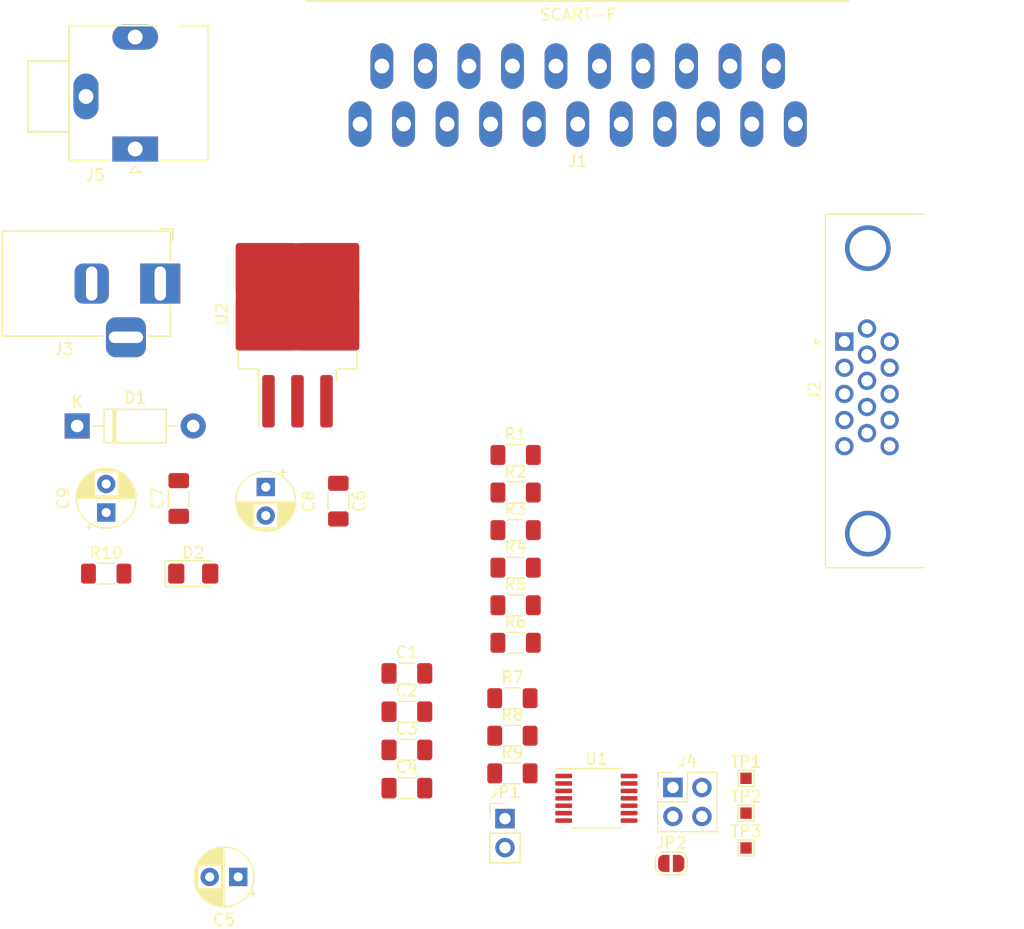
<source format=kicad_pcb>
(kicad_pcb (version 20221018) (generator pcbnew)
  (layers (0 "F.Cu" signal) (1 "In1.Cu" signal) (2 "In2.Cu" signal) (31 "B.Cu" signal) (34 "B.Paste" user) (35 "F.Paste" user) (36 "B.SilkS" user "B.Silkscreen") (37 "F.SilkS" user "F.Silkscreen") (38 "B.Mask" user) (39 "F.Mask" user) (44 "Edge.Cuts" user))
  (net 0 "")
  (net 1 "Net-(C1-Pad1)")
  (net 2 "GND")
  (net 3 "/FILT_COMPOSITE")
  (net 4 "VCC")
  (net 5 "Net-(D1-K)")
  (net 6 "Net-(D1-A)")
  (net 9 "/S_GREEN")
  (net 10 "/S_RED")
  (net 13 "/COMPOSITE_IN")
  (net 15 "/AUDIO_R")
  (net 17 "/AUDIO_L")
  (net 18 "/S_BLUE")
  (net 21 "Net-(JP2-B)")
  (net 24 "Net-(JP1-A)")
  (net 25 "Net-(J4-Pin_1)")
  (net 27 "/CSync_OUT")
  (net 28 "/HSync_OUT")
  (net 29 "/VSync_OUT")
  (net 30 "Net-(U1-Rext)")
  (net 31 "Net-(U1-CSync)")
  (net 32 "Net-(U1-VSync)")
  (net 33 "Net-(U1-HSync)")
  (net 34 "Net-(U1-OE)")
  (net 35 "Net-(U1-BP)")
  (net 36 "Net-(U1-VF)")
  (net 37 "Net-(D2-K)")
  (footprint "Diode_THT:D_DO-41_SOD81_P10.16mm_Horizontal" (layer "F.Cu") (at 50.8 56.92)
    (fp_text reference "D1" (at 5.08 -2.47) (layer "F.SilkS"))
    (fp_text value "1N4001")
    (fp_text user "K" (at 0 -2.1) (layer "F.SilkS"))
    (pad "1" thru_hole rect (at 0 0) (size 2.2 2.2) (drill 1.1) (layers "*.Cu" "*.Mask") (net 5 "Net-(D1-K)"))
    (pad "2" thru_hole oval (at 10.16 0) (size 2.2 2.2) (drill 1.1) (layers "*.Cu" "*.Mask") (net 6 "Net-(D1-A)"))
  )
  (footprint "Resistor_SMD:R_1206_3216Metric_Pad1.30x1.75mm_HandSolder" (layer "F.Cu") (at 89.18 69.33)
    (fp_text reference "R4" (at 0 -1.82) (layer "F.SilkS"))
    (fp_text value "100")
    (pad "1" smd roundrect (at -1.55 0) (size 1.3 1.75) (layers "F.Cu" "F.Paste" "F.Mask") (roundrect_rratio 0.192308) (net 31 "Net-(U1-CSync)"))
    (pad "2" smd roundrect (at 1.55 0) (size 1.3 1.75) (layers "F.Cu" "F.Paste" "F.Mask") (roundrect_rratio 0.192308) (net 27 "/CSync_OUT"))
  )
  (footprint "Resistor_SMD:R_1206_3216Metric_Pad1.30x1.75mm_HandSolder" (layer "F.Cu") (at 89.18 62.75)
    (fp_text reference "R2" (at 0 -1.82) (layer "F.SilkS"))
    (fp_text value "100 / SHORT")
    (pad "1" smd roundrect (at -1.55 0) (size 1.3 1.75) (layers "F.Cu" "F.Paste" "F.Mask") (roundrect_rratio 0.192308) (net 13 "/COMPOSITE_IN"))
    (pad "2" smd roundrect (at 1.55 0) (size 1.3 1.75) (layers "F.Cu" "F.Paste" "F.Mask") (roundrect_rratio 0.192308) (net 1 "Net-(C1-Pad1)"))
  )
  (footprint "Resistor_SMD:R_1206_3216Metric_Pad1.30x1.75mm_HandSolder" (layer "F.Cu") (at 88.9 84.05)
    (fp_text reference "R8" (at 0 -1.82) (layer "F.SilkS"))
    (fp_text value "100")
    (pad "1" smd roundrect (at -1.55 0) (size 1.3 1.75) (layers "F.Cu" "F.Paste" "F.Mask") (roundrect_rratio 0.192308) (net 33 "Net-(U1-HSync)"))
    (pad "2" smd roundrect (at 1.55 0) (size 1.3 1.75) (layers "F.Cu" "F.Paste" "F.Mask") (roundrect_rratio 0.192308) (net 28 "/HSync_OUT"))
  )
  (footprint "audio:Custom_3.5mm_jack" (layer "F.Cu") (at 55.88 32.66)
    (fp_text reference "J5" (at -3.5 2.3 180) (layer "F.SilkS"))
    (fp_text value "Audio Out")
    (pad "R" thru_hole oval (at 0 -9.8) (size 4 2.2) (drill 1.3) (layers "*.Cu" "*.Mask") (net 15 "/AUDIO_R"))
    (pad "S" thru_hole oval (at -4.31 -4.6) (size 2.2 4) (drill 1.3) (layers "*.Cu" "*.Mask") (net 2 "GND"))
    (pad "T" thru_hole rect (at 0 0) (size 4 2.2) (drill 1.3) (layers "*.Cu" "*.Mask") (net 17 "/AUDIO_L"))
  )
  (footprint "Connector_BarrelJack:BarrelJack_Horizontal" (layer "F.Cu") (at 58.07 44.45)
    (fp_text reference "J3" (at -8.45 5.75) (layer "F.SilkS"))
    (fp_text value "POWER IN")
    (pad "1" thru_hole rect (at 0 0) (size 3.5 3.5) (drill oval 1 3) (layers "*.Cu" "*.Mask") (net 6 "Net-(D1-A)"))
    (pad "2" thru_hole roundrect (at -6 0) (size 3 3.5) (drill oval 1 3) (layers "*.Cu" "*.Mask") (net 2 "GND"))
    (pad "3" thru_hole roundrect (at -3 4.7) (size 3.5 3.5) (drill oval 3 1) (layers "*.Cu" "*.Mask"))
  )
  (footprint "Capacitor_THT:CP_Radial_D5.0mm_P2.50mm" (layer "F.Cu") (at 53.34 64.5 90)
    (fp_text reference "C9" (at 1.25 -3.75 90) (layer "F.SilkS"))
    (fp_text value "10uF")
    (pad "1" thru_hole rect (at 0 0 90) (size 1.6 1.6) (drill 0.8) (layers "*.Cu" "*.Mask") (net 5 "Net-(D1-K)"))
    (pad "2" thru_hole circle (at 2.5 0 90) (size 1.6 1.6) (drill 0.8) (layers "*.Cu" "*.Mask") (net 2 "GND"))
  )
  (footprint "Package_SO:TSSOP-14_4.4x5mm_P0.65mm" (layer "F.Cu") (at 96.25 89.53)
    (fp_text reference "U1" (at 0 -3.45) (layer "F.SilkS"))
    (fp_text value "LMH1981")
    (pad "1" smd roundrect (at -2.8625 -1.95) (size 1.475 0.4) (layers "F.Cu" "F.Paste" "F.Mask") (net 30 "Net-(U1-Rext)"))
    (pad "2" smd roundrect (at -2.8625 -1.3) (size 1.475 0.4) (layers "F.Cu" "F.Paste" "F.Mask") (net 2 "GND"))
    (pad "3" smd roundrect (at -2.8625 -0.65) (size 1.475 0.4) (layers "F.Cu" "F.Paste" "F.Mask") (net 4 "VCC"))
    (pad "4" smd roundrect (at -2.8625 0) (size 1.475 0.4) (layers "F.Cu" "F.Paste" "F.Mask") (net 3 "/FILT_COMPOSITE"))
    (pad "5" smd roundrect (at -2.8625 0.65) (size 1.475 0.4) (layers "F.Cu" "F.Paste" "F.Mask") (net 2 "GND"))
    (pad "6" smd roundrect (at -2.8625 1.3) (size 1.475 0.4) (layers "F.Cu" "F.Paste" "F.Mask") (net 4 "VCC"))
    (pad "7" smd roundrect (at -2.8625 1.95) (size 1.475 0.4) (layers "F.Cu" "F.Paste" "F.Mask") (net 33 "Net-(U1-HSync)"))
    (pad "8" smd roundrect (at 2.8625 1.95) (size 1.475 0.4) (layers "F.Cu" "F.Paste" "F.Mask") (net 32 "Net-(U1-VSync)"))
    (pad "9" smd roundrect (at 2.8625 1.3) (size 1.475 0.4) (layers "F.Cu" "F.Paste" "F.Mask") (net 36 "Net-(U1-VF)"))
    (pad "10" smd roundrect (at 2.8625 0.65) (size 1.475 0.4) (layers "F.Cu" "F.Paste" "F.Mask") (net 2 "GND"))
    (pad "11" smd roundrect (at 2.8625 0) (size 1.475 0.4) (layers "F.Cu" "F.Paste" "F.Mask") (net 4 "VCC"))
    (pad "12" smd roundrect (at 2.8625 -0.65) (size 1.475 0.4) (layers "F.Cu" "F.Paste" "F.Mask") (net 31 "Net-(U1-CSync)"))
    (pad "13" smd roundrect (at 2.8625 -1.3) (size 1.475 0.4) (layers "F.Cu" "F.Paste" "F.Mask") (net 35 "Net-(U1-BP)"))
    (pad "14" smd roundrect (at 2.8625 -1.95) (size 1.475 0.4) (layers "F.Cu" "F.Paste" "F.Mask") (net 34 "Net-(U1-OE)"))
  )
  (footprint "Resistor_SMD:R_1206_3216Metric_Pad1.30x1.75mm_HandSolder" (layer "F.Cu") (at 88.9 87.34)
    (fp_text reference "R9" (at 0 -1.82) (layer "F.SilkS"))
    (fp_text value "10k/OPEN")
    (pad "1" smd roundrect (at -1.55 0) (size 1.3 1.75) (layers "F.Cu" "F.Paste" "F.Mask") (roundrect_rratio 0.192308) (net 2 "GND"))
    (pad "2" smd roundrect (at 1.55 0) (size 1.3 1.75) (layers "F.Cu" "F.Paste" "F.Mask") (roundrect_rratio 0.192308) (net 28 "/HSync_OUT"))
  )
  (footprint "Capacitor_SMD:C_1206_3216Metric_Pad1.33x1.80mm_HandSolder" (layer "F.Cu") (at 59.69 63.27 90)
    (fp_text reference "C7" (at 0 -1.85 90) (layer "F.SilkS"))
    (fp_text value "220nF")
    (pad "1" smd roundrect (at -1.5625 0 90) (size 1.325 1.8) (layers "F.Cu" "F.Paste" "F.Mask") (roundrect_rratio 0.188679) (net 5 "Net-(D1-K)"))
    (pad "2" smd roundrect (at 1.5625 0 90) (size 1.325 1.8) (layers "F.Cu" "F.Paste" "F.Mask") (roundrect_rratio 0.188679) (net 2 "GND"))
  )
  (footprint "Capacitor_SMD:C_1206_3216Metric_Pad1.33x1.80mm_HandSolder" (layer "F.Cu") (at 79.66 85.29)
    (fp_text reference "C3" (at 0 -1.85) (layer "F.SilkS"))
    (fp_text value "100nF")
    (pad "1" smd roundrect (at -1.5625 0) (size 1.325 1.8) (layers "F.Cu" "F.Paste" "F.Mask") (roundrect_rratio 0.188679) (net 4 "VCC"))
    (pad "2" smd roundrect (at 1.5625 0) (size 1.325 1.8) (layers "F.Cu" "F.Paste" "F.Mask") (roundrect_rratio 0.188679) (net 2 "GND"))
  )
  (footprint "Capacitor_SMD:C_1206_3216Metric_Pad1.33x1.80mm_HandSolder" (layer "F.Cu") (at 73.66 63.5 -90)
    (fp_text reference "C6" (at 0 -1.85 90) (layer "F.SilkS"))
    (fp_text value "100nF")
    (pad "1" smd roundrect (at -1.5625 0 270) (size 1.325 1.8) (layers "F.Cu" "F.Paste" "F.Mask") (roundrect_rratio 0.188679) (net 4 "VCC"))
    (pad "2" smd roundrect (at 1.5625 0 270) (size 1.325 1.8) (layers "F.Cu" "F.Paste" "F.Mask") (roundrect_rratio 0.188679) (net 2 "GND"))
  )
  (footprint "TestPoint:TestPoint_Pad_1.0x1.0mm" (layer "F.Cu") (at 109.35 93.88)
    (fp_text reference "TP3" (at 0 -1.448) (layer "F.SilkS"))
    (fp_text value "Video Fmt")
    (pad "1" smd rect (at 0 0) (size 1 1) (layers "F.Cu" "F.Mask") (net 36 "Net-(U1-VF)"))
  )
  (footprint "Resistor_SMD:R_1206_3216Metric_Pad1.30x1.75mm_HandSolder" (layer "F.Cu") (at 88.9 80.76)
    (fp_text reference "R7" (at 0 -1.82) (layer "F.SilkS"))
    (fp_text value "10k/OPEN")
    (pad "1" smd roundrect (at -1.55 0) (size 1.3 1.75) (layers "F.Cu" "F.Paste" "F.Mask") (roundrect_rratio 0.192308) (net 2 "GND"))
    (pad "2" smd roundrect (at 1.55 0) (size 1.3 1.75) (layers "F.Cu" "F.Paste" "F.Mask") (roundrect_rratio 0.192308) (net 29 "/VSync_OUT"))
  )
  (footprint "Capacitor_THT:CP_Radial_D5.0mm_P2.50mm" (layer "F.Cu") (at 67.31 62.27 -90)
    (fp_text reference "C8" (at 1.25 -3.75 90) (layer "F.SilkS"))
    (fp_text value "4.7uF")
    (pad "1" thru_hole rect (at 0 0 270) (size 1.6 1.6) (drill 0.8) (layers "*.Cu" "*.Mask") (net 4 "VCC"))
    (pad "2" thru_hole circle (at 2.5 0 270) (size 1.6 1.6) (drill 0.8) (layers "*.Cu" "*.Mask") (net 2 "GND"))
  )
  (footprint "LED_SMD:LED_1206_3216Metric_Pad1.42x1.75mm_HandSolder" (layer "F.Cu") (at 60.96 69.85)
    (fp_text reference "D2" (at 0 -1.82) (layer "F.SilkS"))
    (fp_text value "LED")
    (pad "1" smd roundrect (at -1.4875 0) (size 1.425 1.75) (layers "F.Cu" "F.Paste" "F.Mask") (roundrect_rratio 0.175439) (net 37 "Net-(D2-K)"))
    (pad "2" smd roundrect (at 1.4875 0) (size 1.425 1.75) (layers "F.Cu" "F.Paste" "F.Mask") (roundrect_rratio 0.175439) (net 4 "VCC"))
  )
  (footprint "TestPoint:TestPoint_Pad_1.0x1.0mm" (layer "F.Cu") (at 109.35 87.78)
    (fp_text reference "TP1" (at 0 -1.448) (layer "F.SilkS"))
    (fp_text value "ODD/EVEN")
    (pad "1" smd rect (at 0 0) (size 1 1) (layers "F.Cu" "F.Mask") (net 34 "Net-(U1-OE)"))
  )
  (footprint "extron-input:SCART_F_RA" (layer "F.Cu") (at 94.615 25.4)
    (fp_text reference "J1" (at 0 8.3185) (layer "F.SilkS"))
    (fp_text value "SCART-F" (at 0 -4.5085) (layer "F.SilkS"))
    (pad "" np_thru_hole circle (at -26.4 -3) (size 3 3) (drill 3) (layers "*.Cu" "*.Mask"))
    (pad "" np_thru_hole oval (at -26.4 -1.5) (size 3 6) (drill oval 3 6) (layers "*.Cu" "*.Mask"))
    (pad "" np_thru_hole circle (at -26.4 0.05) (size 3 3) (drill 3) (layers "*.Cu" "*.Mask"))
    (pad "" np_thru_hole circle (at 26.4 -2.9) (size 3 3) (drill 3) (layers "*.Cu" "*.Mask"))
    (pad "" np_thru_hole oval (at 26.4 -1.4) (size 3 6) (drill oval 3 6) (layers "*.Cu" "*.Mask"))
    (pad "" np_thru_hole circle (at 26.4 0.05) (size 3 3) (drill 3) (layers "*.Cu" "*.Mask"))
    (pad "1" thru_hole oval (at -19.05 5.08) (size 2 4) (drill 1.3) (layers "*.Cu" "*.Mask"))
    (pad "2" thru_hole oval (at -17.145 0) (size 2 4) (drill 1.3) (layers "*.Cu" "*.Mask") (net 15 "/AUDIO_R"))
    (pad "3" thru_hole oval (at -15.24 5.08) (size 2 4) (drill 1.3) (layers "*.Cu" "*.Mask"))
    (pad "4" thru_hole oval (at -13.335 0) (size 2 4) (drill 1.3) (layers "*.Cu" "*.Mask") (net 2 "GND"))
    (pad "5" thru_hole oval (at -11.43 5.08) (size 2 4) (drill 1.3) (layers "*.Cu" "*.Mask") (net 2 "GND"))
    (pad "6" thru_hole oval (at -9.525 0) (size 2 4) (drill 1.3) (layers "*.Cu" "*.Mask") (net 17 "/AUDIO_L"))
    (pad "7" thru_hole oval (at -7.62 5.08) (size 2 4) (drill 1.3) (layers "*.Cu" "*.Mask") (net 18 "/S_BLUE"))
    (pad "8" thru_hole oval (at -5.715 0) (size 2 4) (drill 1.3) (layers "*.Cu" "*.Mask"))
    (pad "9" thru_hole oval (at -3.81 5.08) (size 2 4) (drill 1.3) (layers "*.Cu" "*.Mask") (net 2 "GND"))
    (pad "10" thru_hole oval (at -1.905 0) (size 2 4) (drill 1.3) (layers "*.Cu" "*.Mask"))
    (pad "11" thru_hole oval (at 0 5.08) (size 2 4) (drill 1.3) (layers "*.Cu" "*.Mask") (net 9 "/S_GREEN"))
    (pad "12" thru_hole oval (at 1.905 0) (size 2 4) (drill 1.3) (layers "*.Cu" "*.Mask"))
    (pad "13" thru_hole oval (at 3.81 5.08) (size 2 4) (drill 1.3) (layers "*.Cu" "*.Mask") (net 2 "GND"))
    (pad "14" thru_hole oval (at 5.715 0) (size 2 4) (drill 1.3) (layers "*.Cu" "*.Mask") (net 2 "GND"))
    (pad "15" thru_hole oval (at 7.62 5.08) (size 2 4) (drill 1.3) (layers "*.Cu" "*.Mask") (net 10 "/S_RED"))
    (pad "16" thru_hole oval (at 9.525 0) (size 2 4) (drill 1.3) (layers "*.Cu" "*.Mask"))
    (pad "17" thru_hole oval (at 11.43 5.08) (size 2 4) (drill 1.3) (layers "*.Cu" "*.Mask") (net 2 "GND"))
    (pad "18" thru_hole oval (at 13.335 0) (size 2 4) (drill 1.3) (layers "*.Cu" "*.Mask") (net 2 "GND"))
    (pad "19" thru_hole oval (at 15.24 5.08) (size 2 4) (drill 1.3) (layers "*.Cu" "*.Mask"))
    (pad "20" thru_hole oval (at 17.145 0) (size 2 4) (drill 1.3) (layers "*.Cu" "*.Mask") (net 13 "/COMPOSITE_IN"))
    (pad "21" thru_hole oval (at 19.05 5.08) (size 2 4) (drill 1.3) (layers "*.Cu" "*.Mask") (net 2 "GND"))
  )
  (footprint "Resistor_SMD:R_1206_3216Metric_Pad1.30x1.75mm_HandSolder" (layer "F.Cu") (at 89.18 72.62)
    (fp_text reference "R5" (at 0 -1.82) (layer "F.SilkS"))
    (fp_text value "10k/OPEN")
    (pad "1" smd roundrect (at -1.55 0) (size 1.3 1.75) (layers "F.Cu" "F.Paste" "F.Mask") (roundrect_rratio 0.192308) (net 2 "GND"))
    (pad "2" smd roundrect (at 1.55 0) (size 1.3 1.75) (layers "F.Cu" "F.Paste" "F.Mask") (roundrect_rratio 0.192308) (net 27 "/CSync_OUT"))
  )
  (footprint "TestPoint:TestPoint_Pad_1.0x1.0mm" (layer "F.Cu") (at 109.35 90.83)
    (fp_text reference "TP2" (at 0 -1.448) (layer "F.SilkS"))
    (fp_text value "BURST")
    (pad "1" smd rect (at 0 0) (size 1 1) (layers "F.Cu" "F.Mask") (net 35 "Net-(U1-BP)"))
  )
  (footprint "Connector_Dsub:DSUB-15-HD_Female_Horizontal_P2.29x1.98mm_EdgePinOffset3.03mm_Housed_MountingHolesOffset4.94mm" (layer "F.Cu") (at 117.96 49.53 90)
    (fp_text reference "J2" (at -4.315 -2.61 90) (layer "F.SilkS"))
    (fp_text value "VGA Out")
    (pad "0" thru_hole circle (at -16.815 2.05 90) (size 4 4) (drill 3.2) (layers "*.Cu" "*.Mask") (net 2 "GND"))
    (pad "0" thru_hole circle (at 8.185 2.05 90) (size 4 4) (drill 3.2) (layers "*.Cu" "*.Mask") (net 2 "GND"))
    (pad "1" thru_hole rect (at 0 0 90) (size 1.6 1.6) (drill 1) (layers "*.Cu" "*.Mask") (net 10 "/S_RED"))
    (pad "2" thru_hole circle (at -2.29 0 90) (size 1.6 1.6) (drill 1) (layers "*.Cu" "*.Mask") (net 9 "/S_GREEN"))
    (pad "3" thru_hole circle (at -4.58 0 90) (size 1.6 1.6) (drill 1) (layers "*.Cu" "*.Mask") (net 18 "/S_BLUE"))
    (pad "4" thru_hole circle (at -6.87 0 90) (size 1.6 1.6) (drill 1) (layers "*.Cu" "*.Mask"))
    (pad "5" thru_hole circle (at -9.16 0 90) (size 1.6 1.6) (drill 1) (layers "*.Cu" "*.Mask") (net 2 "GND"))
    (pad "6" thru_hole circle (at 1.145 1.98 90) (size 1.6 1.6) (drill 1) (layers "*.Cu" "*.Mask") (net 2 "GND"))
    (pad "7" thru_hole circle (at -1.145 1.98 90) (size 1.6 1.6) (drill 1) (layers "*.Cu" "*.Mask") (net 2 "GND"))
    (pad "8" thru_hole circle (at -3.435 1.98 90) (size 1.6 1.6) (drill 1) (layers "*.Cu" "*.Mask") (net 2 "GND"))
    (pad "9" thru_hole circle (at -5.725 1.98 90) (size 1.6 1.6) (drill 1) (layers "*.Cu" "*.Mask") (net 21 "Net-(JP2-B)"))
    (pad "10" thru_hole circle (at -8.015 1.98 90) (size 1.6 1.6) (drill 1) (layers "*.Cu" "*.Mask") (net 2 "GND"))
    (pad "11" thru_hole circle (at 0 3.96 90) (size 1.6 1.6) (drill 1) (layers "*.Cu" "*.Mask"))
    (pad "12" thru_hole circle (at -2.29 3.96 90) (size 1.6 1.6) (drill 1) (layers "*.Cu" "*.Mask"))
    (pad "13" thru_hole circle (at -4.58 3.96 90) (size 1.6 1.6) (drill 1) (layers "*.Cu" "*.Mask") (net 24 "Net-(JP1-A)"))
    (pad "14" thru_hole circle (at -6.87 3.96 90) (size 1.6 1.6) (drill 1) (layers "*.Cu" "*.Mask") (net 25 "Net-(J4-Pin_1)"))
    (pad "15" thru_hole circle (at -9.16 3.96 90) (size 1.6 1.6) (drill 1) (layers "*.Cu" "*.Mask"))
  )
  (footprint "Capacitor_SMD:C_1206_3216Metric_Pad1.33x1.80mm_HandSolder" (layer "F.Cu") (at 79.66 81.94)
    (fp_text reference "C2" (at 0 -1.85) (layer "F.SilkS"))
    (fp_text value "100nF")
    (pad "1" smd roundrect (at -1.5625 0) (size 1.325 1.8) (layers "F.Cu" "F.Paste" "F.Mask") (roundrect_rratio 0.188679) (net 1 "Net-(C1-Pad1)"))
    (pad "2" smd roundrect (at 1.5625 0) (size 1.325 1.8) (layers "F.Cu" "F.Paste" "F.Mask") (roundrect_rratio 0.188679) (net 3 "/FILT_COMPOSITE"))
  )
  (footprint "Resistor_SMD:R_1206_3216Metric_Pad1.30x1.75mm_HandSolder" (layer "F.Cu") (at 89.18 66.04)
    (fp_text reference "R3" (at 0 -1.82) (layer "F.SilkS"))
    (fp_text value "10k 1%")
    (pad "1" smd roundrect (at -1.55 0) (size 1.3 1.75) (layers "F.Cu" "F.Paste" "F.Mask") (roundrect_rratio 0.192308) (net 2 "GND"))
    (pad "2" smd roundrect (at 1.55 0) (size 1.3 1.75) (layers "F.Cu" "F.Paste" "F.Mask") (roundrect_rratio 0.192308) (net 30 "Net-(U1-Rext)"))
  )
  (footprint "Capacitor_THT:CP_Radial_D5.0mm_P2.50mm" (layer "F.Cu") (at 64.9 96.42 180)
    (fp_text reference "C5" (at 1.25 -3.75) (layer "F.SilkS"))
    (fp_text value "10uF")
    (pad "1" thru_hole rect (at 0 0 180) (size 1.6 1.6) (drill 0.8) (layers "*.Cu" "*.Mask") (net 4 "VCC"))
    (pad "2" thru_hole circle (at 2.5 0 180) (size 1.6 1.6) (drill 0.8) (layers "*.Cu" "*.Mask") (net 2 "GND"))
  )
  (footprint "Jumper:SolderJumper-2_P1.3mm_Open_RoundedPad1.0x1.5mm" (layer "F.Cu") (at 102.8 95.23)
    (fp_text reference "JP2" (at 0 -1.8) (layer "F.SilkS"))
    (fp_text value "VGA_PWR")
    (pad "1" smd custom (at -0.65 0) (size 1 0.5) (layers "F.Cu" "F.Mask") (net 4 "VCC") (options (clearance outline) (anchor rect)) (primitives (gr_circle (center 0 0.25) (end 0.5 0.25) (width 0) (fill yes)) (gr_circle (center 0 -0.25) (end 0.5 -0.25) (width 0) (fill yes)) (gr_poly (pts (xy 0.5 0.75) (xy 0 0.75) (xy 0 -0.75) (xy 0.5 -0.75)) (width 0) (fill yes))))
    (pad "2" smd custom (at 0.65 0) (size 1 0.5) (layers "F.Cu" "F.Mask") (net 21 "Net-(JP2-B)") (options (clearance outline) (anchor rect)) (primitives (gr_circle (center 0 0.25) (end 0.5 0.25) (width 0) (fill yes)) (gr_circle (center 0 -0.25) (end 0.5 -0.25) (width 0) (fill yes)) (gr_poly (pts (xy 0 0.75) (xy -0.5 0.75) (xy -0.5 -0.75) (xy 0 -0.75)) (width 0) (fill yes))))
  )
  (footprint "Resistor_SMD:R_1206_3216Metric_Pad1.30x1.75mm_HandSolder" (layer "F.Cu") (at 53.34 69.85)
    (fp_text reference "R10" (at 0 -1.82) (layer "F.SilkS"))
    (fp_text value "470")
    (pad "1" smd roundrect (at -1.55 0) (size 1.3 1.75) (layers "F.Cu" "F.Paste" "F.Mask") (roundrect_rratio 0.192308) (net 2 "GND"))
    (pad "2" smd roundrect (at 1.55 0) (size 1.3 1.75) (layers "F.Cu" "F.Paste" "F.Mask") (roundrect_rratio 0.192308) (net 37 "Net-(D2-K)"))
  )
  (footprint "Connector_PinHeader_2.54mm:PinHeader_1x02_P2.54mm_Vertical" (layer "F.Cu") (at 88.25 91.31)
    (fp_text reference "JP1" (at 0 -2.33) (layer "F.SilkS"))
    (fp_text value "Disable VSync")
    (pad "1" thru_hole rect (at 0 0) (size 1.7 1.7) (drill 1) (layers "*.Cu" "*.Mask") (net 24 "Net-(JP1-A)"))
    (pad "2" thru_hole oval (at 0 2.54) (size 1.7 1.7) (drill 1) (layers "*.Cu" "*.Mask") (net 29 "/VSync_OUT"))
  )
  (footprint "Package_TO_SOT_SMD:TO-263-3_TabPin2" (layer "F.Cu") (at 70.085 47.105 90)
    (fp_text reference "U2" (at 0 -6.65 90) (layer "F.SilkS"))
    (fp_text value "L7805")
    (pad "1" smd roundrect (at -7.65 -2.54 90) (size 4.6 1.1) (layers "F.Cu" "F.Paste" "F.Mask") (roundrect_rratio 0.227273) (net 5 "Net-(D1-K)"))
    (pad "2" smd roundrect (at -7.65 0 90) (size 4.6 1.1) (layers "F.Cu" "F.Paste" "F.Mask") (roundrect_rratio 0.227273) (net 2 "GND"))
    (pad "2" smd roundrect (at -0.925 -2.775 90) (size 4.55 5.25) (layers "F.Cu" "F.Paste") (roundrect_rratio 0.054945) (net 2 "GND"))
    (pad "2" smd roundrect (at -0.925 2.775 90) (size 4.55 5.25) (layers "F.Cu" "F.Paste") (roundrect_rratio 0.054945) (net 2 "GND"))
    (pad "2" smd roundrect (at 1.5 0 90) (size 9.4 10.8) (layers "F.Cu" "F.Mask") (roundrect_rratio 0.026596) (net 2 "GND"))
    (pad "2" smd roundrect (at 3.925 -2.775 90) (size 4.55 5.25) (layers "F.Cu" "F.Paste") (roundrect_rratio 0.054945) (net 2 "GND"))
    (pad "2" smd roundrect (at 3.925 2.775 90) (size 4.55 5.25) (layers "F.Cu" "F.Paste") (roundrect_rratio 0.054945) (net 2 "GND"))
    (pad "3" smd roundrect (at -7.65 2.54 90) (size 4.6 1.1) (layers "F.Cu" "F.Paste" "F.Mask") (roundrect_rratio 0.227273) (net 4 "VCC"))
  )
  (footprint "Resistor_SMD:R_1206_3216Metric_Pad1.30x1.75mm_HandSolder" (layer "F.Cu") (at 89.18 59.46)
    (fp_text reference "R1" (at 0 -1.82) (layer "F.SilkS"))
    (fp_text value "75")
    (pad "1" smd roundrect (at -1.55 0) (size 1.3 1.75) (layers "F.Cu" "F.Paste" "F.Mask") (roundrect_rratio 0.192308) (net 13 "/COMPOSITE_IN"))
    (pad "2" smd roundrect (at 1.55 0) (size 1.3 1.75) (layers "F.Cu" "F.Paste" "F.Mask") (roundrect_rratio 0.192308) (net 2 "GND"))
  )
  (footprint "Resistor_SMD:R_1206_3216Metric_Pad1.30x1.75mm_HandSolder" (layer "F.Cu") (at 89.18 75.91)
    (fp_text reference "R6" (at 0 -1.82) (layer "F.SilkS"))
    (fp_text value "100")
    (pad "1" smd roundrect (at -1.55 0) (size 1.3 1.75) (layers "F.Cu" "F.Paste" "F.Mask") (roundrect_rratio 0.192308) (net 32 "Net-(U1-VSync)"))
    (pad "2" smd roundrect (at 1.55 0) (size 1.3 1.75) (layers "F.Cu" "F.Paste" "F.Mask") (roundrect_rratio 0.192308) (net 29 "/VSync_OUT"))
  )
  (footprint "Capacitor_SMD:C_1206_3216Metric_Pad1.33x1.80mm_HandSolder" (layer "F.Cu") (at 79.66 78.59)
    (fp_text reference "C1" (at 0 -1.85) (layer "F.SilkS"))
    (fp_text value "570pF / OPEN")
    (pad "1" smd roundrect (at -1.5625 0) (size 1.325 1.8) (layers "F.Cu" "F.Paste" "F.Mask") (roundrect_rratio 0.188679) (net 1 "Net-(C1-Pad1)"))
    (pad "2" smd roundrect (at 1.5625 0) (size 1.325 1.8) (layers "F.Cu" "F.Paste" "F.Mask") (roundrect_rratio 0.188679) (net 2 "GND"))
  )
  (footprint "Capacitor_SMD:C_1206_3216Metric_Pad1.33x1.80mm_HandSolder" (layer "F.Cu") (at 79.66 88.64)
    (fp_text reference "C4" (at 0 -1.85) (layer "F.SilkS"))
    (fp_text value "100nF")
    (pad "1" smd roundrect (at -1.5625 0) (size 1.325 1.8) (layers "F.Cu" "F.Paste" "F.Mask") (roundrect_rratio 0.188679) (net 2 "GND"))
    (pad "2" smd roundrect (at 1.5625 0) (size 1.325 1.8) (layers "F.Cu" "F.Paste" "F.Mask") (roundrect_rratio 0.188679) (net 4 "VCC"))
  )
  (footprint "Connector_PinHeader_2.54mm:PinHeader_2x02_P2.54mm_Vertical" (layer "F.Cu") (at 102.95 88.58)
    (fp_text reference "J4" (at 1.27 -2.33) (layer "F.SilkS"))
    (fp_text value "HSync Selector")
    (pad "1" thru_hole rect (at 0 0) (size 1.7 1.7) (drill 1) (layers "*.Cu" "*.Mask") (net 25 "Net-(J4-Pin_1)"))
    (pad "2" thru_hole oval (at 2.54 0) (size 1.7 1.7) (drill 1) (layers "*.Cu" "*.Mask") (net 25 "Net-(J4-Pin_1)"))
    (pad "3" thru_hole oval (at 0 2.54) (size 1.7 1.7) (drill 1) (layers "*.Cu" "*.Mask") (net 27 "/CSync_OUT"))
    (pad "4" thru_hole oval (at 2.54 2.54) (size 1.7 1.7) (drill 1) (layers "*.Cu" "*.Mask") (net 28 "/HSync_OUT"))
  )
)
</source>
